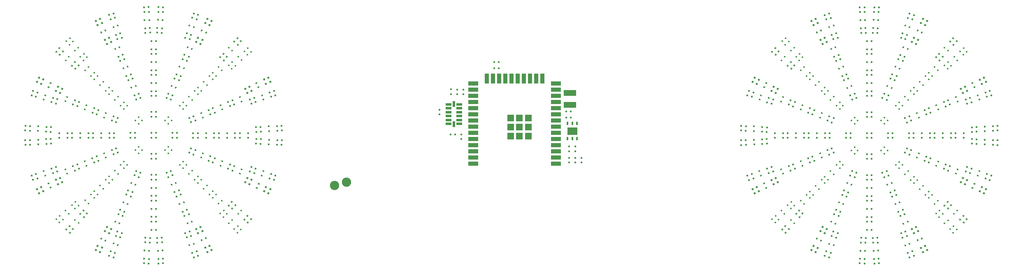
<source format=gtp>
%FSTAX44Y44*%
%MOMM*%
%SFA1B1*%

%IPPOS*%
%AMD93*
4,1,4,0.000000,0.243840,-0.243840,0.000000,0.000000,-0.243840,0.243840,0.000000,0.000000,0.243840,0.0*
%
%AMD94*
4,1,4,0.243840,0.000000,0.000000,0.243840,-0.243840,0.000000,0.000000,-0.243840,0.243840,0.000000,0.0*
%
%AMD95*
4,1,4,0.226060,-0.093980,0.093980,0.226060,-0.226060,0.093980,-0.093980,-0.226060,0.226060,-0.093980,0.0*
%
%AMD96*
4,1,4,-0.093980,-0.226060,0.226060,-0.093980,0.093980,0.226060,-0.226060,0.093980,-0.093980,-0.226060,0.0*
%
%AMD97*
4,1,4,0.220980,-0.106680,0.106680,0.220980,-0.220980,0.106680,-0.106680,-0.220980,0.220980,-0.106680,0.0*
%
%AMD98*
4,1,4,-0.106680,-0.220980,0.220980,-0.106680,0.106680,0.220980,-0.220980,0.106680,-0.106680,-0.220980,0.0*
%
%AMD99*
4,1,4,0.231140,-0.081280,0.081280,0.231140,-0.231140,0.081280,-0.081280,-0.231140,0.231140,-0.081280,0.0*
%
%AMD100*
4,1,4,-0.081280,-0.231140,0.231140,-0.081280,0.081280,0.231140,-0.231140,0.081280,-0.081280,-0.231140,0.0*
%
%AMD101*
4,1,4,0.243840,-0.012700,0.012700,0.243840,-0.243840,0.012700,-0.012700,-0.243840,0.243840,-0.012700,0.0*
%
%AMD102*
4,1,4,-0.012700,-0.243840,0.243840,-0.012700,0.012700,0.243840,-0.243840,0.012700,-0.012700,-0.243840,0.0*
%
%AMD103*
4,1,4,0.243840,0.015240,-0.015240,0.243840,-0.243840,-0.015240,0.015240,-0.243840,0.243840,0.015240,0.0*
%
%AMD104*
4,1,4,0.015240,-0.243840,0.243840,0.015240,-0.015240,0.243840,-0.243840,-0.015240,0.015240,-0.243840,0.0*
%
%AMD105*
4,1,4,0.226060,0.093980,-0.093980,0.226060,-0.226060,-0.093980,0.093980,-0.226060,0.226060,0.093980,0.0*
%
%AMD106*
4,1,4,0.093980,-0.226060,0.226060,0.093980,-0.093980,0.226060,-0.226060,-0.093980,0.093980,-0.226060,0.0*
%
%AMD107*
4,1,4,0.231140,0.081280,-0.081280,0.231140,-0.231140,-0.081280,0.081280,-0.231140,0.231140,0.081280,0.0*
%
%AMD108*
4,1,4,0.081280,-0.231140,0.231140,0.081280,-0.081280,0.231140,-0.231140,-0.081280,0.081280,-0.231140,0.0*
%
%AMD109*
4,1,4,0.220980,0.106680,-0.106680,0.220980,-0.220980,-0.106680,0.106680,-0.220980,0.220980,0.106680,0.0*
%
%AMD110*
4,1,4,0.106680,-0.220980,0.220980,0.106680,-0.106680,0.220980,-0.220980,-0.106680,0.106680,-0.220980,0.0*
%
%AMD111*
4,1,4,0.182880,0.162560,-0.162560,0.182880,-0.182880,-0.162560,0.162560,-0.182880,0.182880,0.162560,0.0*
%
%AMD112*
4,1,4,0.162560,-0.182880,0.182880,0.162560,-0.162560,0.182880,-0.182880,-0.162560,0.162560,-0.182880,0.0*
%
%AMD113*
4,1,4,0.162560,0.182880,-0.182880,0.162560,-0.162560,-0.182880,0.182880,-0.162560,0.162560,0.182880,0.0*
%
%AMD114*
4,1,4,0.182880,-0.162560,0.162560,0.182880,-0.182880,0.162560,-0.162560,-0.182880,0.182880,-0.162560,0.0*
%
%AMD115*
4,1,4,0.071120,-0.215900,0.205740,0.101600,-0.071120,0.215900,-0.205740,-0.101600,0.071120,-0.215900,0.0*
%
%AMD116*
4,1,4,0.060960,-0.220980,0.210820,0.091440,-0.060960,0.220980,-0.210820,-0.091440,0.060960,-0.220980,0.0*
%
%AMD117*
4,1,4,0.083820,-0.213360,0.198120,0.114300,-0.083820,0.213360,-0.198120,-0.114300,0.083820,-0.213360,0.0*
%
%AMD118*
4,1,4,-0.101600,-0.205740,0.215900,-0.071120,0.101600,0.205740,-0.215900,0.071120,-0.101600,-0.205740,0.0*
%
%AMD119*
4,1,4,0.210820,-0.091440,0.060960,0.220980,-0.210820,0.091440,-0.060960,-0.220980,0.210820,-0.091440,0.0*
%
%AMD120*
4,1,4,0.228600,-0.015240,-0.015240,0.228600,-0.228600,0.015240,0.015240,-0.228600,0.228600,-0.015240,0.0*
%
%AMD121*
4,1,4,0.226060,-0.027940,-0.002540,0.228600,-0.226060,0.027940,0.002540,-0.228600,0.226060,-0.027940,0.0*
%
%AMD122*
4,1,4,0.205740,-0.101600,0.071120,0.215900,-0.205740,0.101600,-0.071120,-0.215900,0.205740,-0.101600,0.0*
%
%AMD123*
4,1,4,0.160020,-0.165100,0.139700,0.180340,-0.160020,0.165100,-0.139700,-0.180340,0.160020,-0.165100,0.0*
%
%AMD124*
4,1,4,0.198120,-0.114300,0.083820,0.213360,-0.198120,0.114300,-0.083820,-0.213360,0.198120,-0.114300,0.0*
%
%AMD125*
4,1,4,-0.015240,-0.228600,0.228600,0.015240,0.015240,0.228600,-0.228600,-0.015240,-0.015240,-0.228600,0.0*
%
%AMD126*
4,1,4,0.228600,-0.002540,-0.027940,0.226060,-0.228600,0.002540,0.027940,-0.226060,0.228600,-0.002540,0.0*
%
%AMD127*
4,1,4,0.215900,0.071120,-0.101600,0.205740,-0.215900,-0.071120,0.101600,-0.205740,0.215900,0.071120,0.0*
%
%AMD128*
4,1,4,0.213360,0.083820,-0.114300,0.198120,-0.213360,-0.083820,0.114300,-0.198120,0.213360,0.083820,0.0*
%
%AMD129*
4,1,4,0.220980,0.060960,-0.091440,0.210820,-0.220980,-0.060960,0.091440,-0.210820,0.220980,0.060960,0.0*
%
%AMD131*
4,1,4,-0.114300,-0.198120,0.213360,-0.083820,0.114300,0.198120,-0.213360,0.083820,-0.114300,-0.198120,0.0*
%
%AMD132*
4,1,4,-0.091440,-0.210820,0.220980,-0.060960,0.091440,0.210820,-0.220980,0.060960,-0.091440,-0.210820,0.0*
%
%AMD133*
4,1,4,-0.002540,-0.228600,0.226060,0.027940,0.002540,0.228600,-0.226060,-0.027940,-0.002540,-0.228600,0.0*
%
%AMD134*
4,1,4,-0.027940,-0.226060,0.228600,0.002540,0.027940,0.226060,-0.228600,-0.002540,-0.027940,-0.226060,0.0*
%
%AMD135*
4,1,4,-0.180340,-0.139700,0.165100,-0.160020,0.180340,0.139700,-0.165100,0.160020,-0.180340,-0.139700,0.0*
%
%AMD137*
4,1,4,-0.165100,-0.160020,0.180340,-0.139700,0.165100,0.160020,-0.180340,0.139700,-0.165100,-0.160020,0.0*
%
%AMD138*
4,1,4,0.139700,-0.180340,0.160020,0.165100,-0.139700,0.180340,-0.160020,-0.165100,0.139700,-0.180340,0.0*
%
%ADD12R,1.329997X1.329997*%
%ADD13R,0.899998X1.999996*%
%ADD14R,1.999996X0.899998*%
%ADD17R,0.549999X1.144998*%
%ADD18R,1.144998X0.549999*%
%ADD85R,0.349999X0.699999*%
%ADD86R,1.999996X1.519997*%
%ADD87C,1.899996*%
%ADD88R,0.399999X0.449999*%
%ADD89R,0.449999X0.399999*%
%ADD90R,2.499995X1.249998*%
%ADD91R,0.349999X0.349999*%
%ADD92R,0.349999X0.349999*%
G04~CAMADD=93~10~0.0~137.8~0.0~0.0~0.0~0.0~0~0.0~0.0~0.0~0.0~0~0.0~0.0~0.0~0.0~0~0.0~0.0~0.0~405.0~137.8~0.0*
%ADD93D93*%
G04~CAMADD=94~10~0.0~137.8~0.0~0.0~0.0~0.0~0~0.0~0.0~0.0~0.0~0~0.0~0.0~0.0~0.0~0~0.0~0.0~0.0~315.0~137.8~0.0*
%ADD94D94*%
G04~CAMADD=95~10~0.0~137.8~0.0~0.0~0.0~0.0~0~0.0~0.0~0.0~0.0~0~0.0~0.0~0.0~0.0~0~0.0~0.0~0.0~292.5~137.8~0.0*
%ADD95D95*%
G04~CAMADD=96~10~0.0~137.8~0.0~0.0~0.0~0.0~0~0.0~0.0~0.0~0.0~0~0.0~0.0~0.0~0.0~0~0.0~0.0~0.0~202.5~137.8~0.0*
%ADD96D96*%
G04~CAMADD=97~10~0.0~137.8~0.0~0.0~0.0~0.0~0~0.0~0.0~0.0~0.0~0~0.0~0.0~0.0~0.0~0~0.0~0.0~0.0~289.3~137.8~0.0*
%ADD97D97*%
G04~CAMADD=98~10~0.0~137.8~0.0~0.0~0.0~0.0~0~0.0~0.0~0.0~0.0~0~0.0~0.0~0.0~0.0~0~0.0~0.0~0.0~199.3~137.8~0.0*
%ADD98D98*%
G04~CAMADD=99~10~0.0~137.8~0.0~0.0~0.0~0.0~0~0.0~0.0~0.0~0.0~0~0.0~0.0~0.0~0.0~0~0.0~0.0~0.0~295.8~137.8~0.0*
%ADD99D99*%
G04~CAMADD=100~10~0.0~137.8~0.0~0.0~0.0~0.0~0~0.0~0.0~0.0~0.0~0~0.0~0.0~0.0~0.0~0~0.0~0.0~0.0~205.8~137.8~0.0*
%ADD100D100*%
G04~CAMADD=101~10~0.0~137.8~0.0~0.0~0.0~0.0~0~0.0~0.0~0.0~0.0~0~0.0~0.0~0.0~0.0~0~0.0~0.0~0.0~311.8~137.8~0.0*
%ADD101D101*%
G04~CAMADD=102~10~0.0~137.8~0.0~0.0~0.0~0.0~0~0.0~0.0~0.0~0.0~0~0.0~0.0~0.0~0.0~0~0.0~0.0~0.0~221.8~137.8~0.0*
%ADD102D102*%
G04~CAMADD=103~10~0.0~137.8~0.0~0.0~0.0~0.0~0~0.0~0.0~0.0~0.0~0~0.0~0.0~0.0~0.0~0~0.0~0.0~0.0~318.3~137.8~0.0*
%ADD103D103*%
G04~CAMADD=104~10~0.0~137.8~0.0~0.0~0.0~0.0~0~0.0~0.0~0.0~0.0~0~0.0~0.0~0.0~0.0~0~0.0~0.0~0.0~228.3~137.8~0.0*
%ADD104D104*%
G04~CAMADD=105~10~0.0~137.8~0.0~0.0~0.0~0.0~0~0.0~0.0~0.0~0.0~0~0.0~0.0~0.0~0.0~0~0.0~0.0~0.0~337.5~137.8~0.0*
%ADD105D105*%
G04~CAMADD=106~10~0.0~137.8~0.0~0.0~0.0~0.0~0~0.0~0.0~0.0~0.0~0~0.0~0.0~0.0~0.0~0~0.0~0.0~0.0~247.5~137.8~0.0*
%ADD106D106*%
G04~CAMADD=107~10~0.0~137.8~0.0~0.0~0.0~0.0~0~0.0~0.0~0.0~0.0~0~0.0~0.0~0.0~0.0~0~0.0~0.0~0.0~334.3~137.8~0.0*
%ADD107D107*%
G04~CAMADD=108~10~0.0~137.8~0.0~0.0~0.0~0.0~0~0.0~0.0~0.0~0.0~0~0.0~0.0~0.0~0.0~0~0.0~0.0~0.0~244.3~137.8~0.0*
%ADD108D108*%
G04~CAMADD=109~10~0.0~137.8~0.0~0.0~0.0~0.0~0~0.0~0.0~0.0~0.0~0~0.0~0.0~0.0~0.0~0~0.0~0.0~0.0~340.8~137.8~0.0*
%ADD109D109*%
G04~CAMADD=110~10~0.0~137.8~0.0~0.0~0.0~0.0~0~0.0~0.0~0.0~0.0~0~0.0~0.0~0.0~0.0~0~0.0~0.0~0.0~250.8~137.8~0.0*
%ADD110D110*%
G04~CAMADD=111~10~0.0~137.8~0.0~0.0~0.0~0.0~0~0.0~0.0~0.0~0.0~0~0.0~0.0~0.0~0.0~0~0.0~0.0~0.0~356.8~137.8~0.0*
%ADD111D111*%
G04~CAMADD=112~10~0.0~137.8~0.0~0.0~0.0~0.0~0~0.0~0.0~0.0~0.0~0~0.0~0.0~0.0~0.0~0~0.0~0.0~0.0~266.8~137.8~0.0*
%ADD112D112*%
G04~CAMADD=113~10~0.0~137.8~0.0~0.0~0.0~0.0~0~0.0~0.0~0.0~0.0~0~0.0~0.0~0.0~0.0~0~0.0~0.0~0.0~363.3~137.8~0.0*
%ADD113D113*%
G04~CAMADD=114~10~0.0~137.8~0.0~0.0~0.0~0.0~0~0.0~0.0~0.0~0.0~0~0.0~0.0~0.0~0.0~0~0.0~0.0~0.0~273.3~137.8~0.0*
%ADD114D114*%
G04~CAMADD=115~9~0.0~0.0~137.8~118.1~0.0~0.0~0~0.0~0.0~0.0~0.0~0~0.0~0.0~0.0~0.0~0~0.0~0.0~0.0~247.5~162.0~169.0*
%ADD115D115*%
G04~CAMADD=116~9~0.0~0.0~137.8~118.1~0.0~0.0~0~0.0~0.0~0.0~0.0~0~0.0~0.0~0.0~0.0~0~0.0~0.0~0.0~244.3~166.0~173.0*
%ADD116D116*%
G04~CAMADD=117~9~0.0~0.0~137.8~118.1~0.0~0.0~0~0.0~0.0~0.0~0.0~0~0.0~0.0~0.0~0.0~0~0.0~0.0~0.0~250.8~156.0~167.0*
%ADD117D117*%
G04~CAMADD=118~9~0.0~0.0~137.8~118.1~0.0~0.0~0~0.0~0.0~0.0~0.0~0~0.0~0.0~0.0~0.0~0~0.0~0.0~0.0~202.5~170.0~161.0*
%ADD118D118*%
G04~CAMADD=119~9~0.0~0.0~137.8~118.1~0.0~0.0~0~0.0~0.0~0.0~0.0~0~0.0~0.0~0.0~0.0~0~0.0~0.0~0.0~295.8~166.0~173.0*
%ADD119D119*%
G04~CAMADD=120~9~0.0~0.0~137.8~118.1~0.0~0.0~0~0.0~0.0~0.0~0.0~0~0.0~0.0~0.0~0.0~0~0.0~0.0~0.0~315.0~180.0~179.0*
%ADD120D120*%
G04~CAMADD=121~9~0.0~0.0~137.8~118.1~0.0~0.0~0~0.0~0.0~0.0~0.0~0~0.0~0.0~0.0~0.0~0~0.0~0.0~0.0~311.8~178.0~179.0*
%ADD121D121*%
G04~CAMADD=122~9~0.0~0.0~137.8~118.1~0.0~0.0~0~0.0~0.0~0.0~0.0~0~0.0~0.0~0.0~0.0~0~0.0~0.0~0.0~292.5~162.0~169.0*
%ADD122D122*%
G04~CAMADD=123~9~0.0~0.0~137.8~118.1~0.0~0.0~0~0.0~0.0~0.0~0.0~0~0.0~0.0~0.0~0.0~0~0.0~0.0~0.0~273.3~126.0~141.0*
%ADD123D123*%
G04~CAMADD=124~9~0.0~0.0~137.8~118.1~0.0~0.0~0~0.0~0.0~0.0~0.0~0~0.0~0.0~0.0~0.0~0~0.0~0.0~0.0~289.3~156.0~167.0*
%ADD124D124*%
G04~CAMADD=125~9~0.0~0.0~137.8~118.1~0.0~0.0~0~0.0~0.0~0.0~0.0~0~0.0~0.0~0.0~0.0~0~0.0~0.0~0.0~225.0~180.0~179.0*
%ADD125D125*%
G04~CAMADD=126~9~0.0~0.0~137.8~118.1~0.0~0.0~0~0.0~0.0~0.0~0.0~0~0.0~0.0~0.0~0.0~0~0.0~0.0~0.0~318.3~180.0~177.0*
%ADD126D126*%
G04~CAMADD=127~9~0.0~0.0~137.8~118.1~0.0~0.0~0~0.0~0.0~0.0~0.0~0~0.0~0.0~0.0~0.0~0~0.0~0.0~0.0~337.5~170.0~161.0*
%ADD127D127*%
G04~CAMADD=128~9~0.0~0.0~137.8~118.1~0.0~0.0~0~0.0~0.0~0.0~0.0~0~0.0~0.0~0.0~0.0~0~0.0~0.0~0.0~340.8~168.0~155.0*
%ADD128D128*%
G04~CAMADD=129~9~0.0~0.0~137.8~118.1~0.0~0.0~0~0.0~0.0~0.0~0.0~0~0.0~0.0~0.0~0.0~0~0.0~0.0~0.0~334.3~174.0~165.0*
%ADD129D129*%
%ADD130R,0.299999X0.349999*%
G04~CAMADD=131~9~0.0~0.0~137.8~118.1~0.0~0.0~0~0.0~0.0~0.0~0.0~0~0.0~0.0~0.0~0.0~0~0.0~0.0~0.0~199.3~168.0~155.0*
%ADD131D131*%
G04~CAMADD=132~9~0.0~0.0~137.8~118.1~0.0~0.0~0~0.0~0.0~0.0~0.0~0~0.0~0.0~0.0~0.0~0~0.0~0.0~0.0~205.8~174.0~165.0*
%ADD132D132*%
G04~CAMADD=133~9~0.0~0.0~137.8~118.1~0.0~0.0~0~0.0~0.0~0.0~0.0~0~0.0~0.0~0.0~0.0~0~0.0~0.0~0.0~228.3~178.0~179.0*
%ADD133D133*%
G04~CAMADD=134~9~0.0~0.0~137.8~118.1~0.0~0.0~0~0.0~0.0~0.0~0.0~0~0.0~0.0~0.0~0.0~0~0.0~0.0~0.0~221.8~180.0~177.0*
%ADD134D134*%
G04~CAMADD=135~9~0.0~0.0~137.8~118.1~0.0~0.0~0~0.0~0.0~0.0~0.0~0~0.0~0.0~0.0~0.0~0~0.0~0.0~0.0~176.8~142.0~125.0*
%ADD135D135*%
%ADD136R,0.349999X0.299999*%
G04~CAMADD=137~9~0.0~0.0~137.8~118.1~0.0~0.0~0~0.0~0.0~0.0~0.0~0~0.0~0.0~0.0~0.0~0~0.0~0.0~0.0~183.3~142.0~125.0*
%ADD137D137*%
G04~CAMADD=138~9~0.0~0.0~137.8~118.1~0.0~0.0~0~0.0~0.0~0.0~0.0~0~0.0~0.0~0.0~0.0~0~0.0~0.0~0.0~266.8~126.0~141.0*
%ADD138D138*%
%ADD139R,0.349999X0.349999*%
%LNpcb1-1*%
%LPD*%
G54D12*
X0172593Y0199136D03*
X01744279D03*
X01762629D03*
X0172593Y01973009D03*
X01744279D03*
X01762629D03*
X0172593Y01954659D03*
X01744279D03*
X01762629D03*
G54D13*
X01677129Y02073109D03*
X01689829D03*
X01702529D03*
X01715229D03*
X01727929D03*
X01740629D03*
X01753329D03*
X01766029D03*
X01778729D03*
X01791429D03*
G54D14*
X01649279Y01898009D03*
Y01910709D03*
Y01923409D03*
Y01936109D03*
Y01948809D03*
Y01961509D03*
Y01974209D03*
Y01986909D03*
Y01999609D03*
Y02012309D03*
Y02025009D03*
Y02037709D03*
Y02050409D03*
Y02063109D03*
X01819279D03*
Y02050409D03*
Y02037709D03*
Y02025009D03*
Y02012309D03*
Y01999609D03*
Y01986909D03*
Y01974209D03*
Y01961509D03*
Y01948809D03*
Y01936109D03*
Y01923409D03*
Y01910709D03*
Y01898009D03*
G54D17*
X01609544Y01978644D03*
Y02020594D03*
G54D18*
X01598569Y01979619D03*
Y01987619D03*
Y01995619D03*
Y02003619D03*
Y02011619D03*
Y02019619D03*
X0162052D03*
Y02011619D03*
Y02003619D03*
Y01995619D03*
Y01987619D03*
Y01979619D03*
G54D85*
X0186243Y01980185D03*
X0185293D03*
X01843425Y01980188D03*
Y01949188D03*
X0185293Y01949185D03*
X0186243D03*
G54D86*
X0185293Y01964688D03*
G54D87*
X0138809Y01859308D03*
X01363556Y01852734D03*
G54D88*
X01701469Y0209423D03*
X01691969D03*
X01701469Y0210693D03*
X01691969D03*
X01602439Y01957719D03*
X01611939D03*
X01849679Y0199263D03*
X01840179D03*
X01849679Y02005289D03*
X01840179D03*
G54D89*
X01859228Y01923409D03*
Y01932909D03*
X01846369Y01923409D03*
Y01932909D03*
X01616554Y020407D03*
Y020502D03*
X01629149Y02040779D03*
Y02050279D03*
X01603873Y02050458D03*
Y02040958D03*
X01624294Y01948509D03*
Y01958009D03*
X01871928Y01909643D03*
Y01900142D03*
X01846619Y01909749D03*
Y01900249D03*
X01859228Y01909643D03*
Y01900142D03*
X0157988Y02008699D03*
Y01999199D03*
G54D90*
X0184785Y02018479D03*
Y02042979D03*
G54D91*
X01029884Y01960772D03*
X01039384Y01951272D03*
X00986704Y01960772D03*
X00996204Y01951272D03*
Y01908092D03*
X00986704Y01917592D03*
X00953024Y01951272D03*
X00943524Y01960772D03*
X00986704Y02003952D03*
X00996204Y01994452D03*
X00996209Y02037443D03*
X00986709Y02046943D03*
X00996209Y02080622D03*
X00986709Y02090122D03*
X00996209Y02123803D03*
X00986709Y02133303D03*
X00900392Y01960635D03*
X00909892Y01951135D03*
X00857212Y01960635D03*
X00866712Y01951135D03*
X00814032Y01960635D03*
X00823532Y01951135D03*
X00986699Y01874319D03*
X00996199Y01864819D03*
X00986696Y01831141D03*
X00996196Y01821641D03*
X00986699Y01787959D03*
X00996199Y01778459D03*
X01082516Y01951126D03*
X01073016Y01960626D03*
X01125696Y01951126D03*
X01116196Y01960626D03*
X01168876Y01951126D03*
X01159376Y01960626D03*
X02425784Y01950824D03*
X02468964D03*
Y01994004D03*
X02512144Y01950824D03*
X02468964Y01907644D03*
X02468959Y01864654D03*
Y01821474D03*
Y01778294D03*
X02555276Y01950961D03*
X02598456D03*
X02641636D03*
X02468969Y02037278D03*
X02468972Y02080456D03*
X02468969Y02123638D03*
X02382652Y01950971D03*
X02339472D03*
X02296292D03*
G54D92*
X01039384Y01960772D03*
X01029884Y01951272D03*
X00996204Y01960772D03*
X00986704Y01951272D03*
X00996204Y01917592D03*
X00986704Y01908092D03*
X00943524Y01951272D03*
X00953024Y01960772D03*
X00986704Y01994452D03*
X00996204Y02003952D03*
X00996209Y02046943D03*
X00986709Y02037443D03*
X00996209Y02090122D03*
X00986709Y02080622D03*
X00996209Y02133303D03*
X00986709Y02123803D03*
X00909892Y01960635D03*
X00900392Y01951135D03*
X00866712Y01960635D03*
X00857212Y01951135D03*
X00823532Y01960635D03*
X00814032Y01951135D03*
X00986699Y01864819D03*
X00996199Y01874319D03*
X00986696Y01821641D03*
X00996196Y01831141D03*
X00986699Y01778459D03*
X00996199Y01787959D03*
X01073016Y01951126D03*
X01082516Y01960626D03*
X01116196Y01951126D03*
X01125696Y01960626D03*
X01159376Y01951126D03*
X01168876Y01960626D03*
X02416284Y01950824D03*
X02425784Y01960324D03*
X02459464Y01950824D03*
X02468964Y01960324D03*
X02459464Y01994004D03*
X02468964Y02003504D03*
X02512144Y01960324D03*
X02502644Y01950824D03*
X02468964Y01917144D03*
X02459464Y01907644D03*
X02459459Y01864654D03*
X02468959Y01874154D03*
X02459459Y01821474D03*
X02468959Y01830974D03*
X02459459Y01778294D03*
X02468959Y01787794D03*
X02545776Y01950961D03*
X02555276Y01960461D03*
X02588956Y01950961D03*
X02598456Y01960461D03*
X02632136Y01950961D03*
X02641636Y01960461D03*
X02468969Y02046778D03*
X02459468Y02037278D03*
X02468972Y02089956D03*
X02459472Y02080456D03*
X02468969Y02133138D03*
X02459469Y02123638D03*
X02382652Y01960471D03*
X02373152Y01950971D03*
X02339472Y01960471D03*
X02329972Y01950971D03*
X02296292Y01960471D03*
X02286792Y01950971D03*
G54D93*
X01021987Y01932207D03*
Y01918772D03*
X00960921D03*
Y01932207D03*
Y01979838D03*
Y01993273D03*
X01021987D03*
Y01979838D03*
X01052489Y02010191D03*
Y02023626D03*
X01083022Y02040724D03*
Y02054159D03*
X01113555Y02071257D03*
Y02084692D03*
X00930426Y02023633D03*
Y02010198D03*
X00899893Y02054166D03*
Y02040731D03*
X0086936Y02084699D03*
Y02071264D03*
X00930365Y01901581D03*
Y01888146D03*
X00899832Y01871048D03*
Y01857613D03*
X00869353Y01840504D03*
Y01827069D03*
X01052483Y01888128D03*
Y01901563D03*
X01083016Y01857595D03*
Y0187103D03*
X01113548Y01827062D03*
Y01840497D03*
X02433681Y0197939D03*
Y01992825D03*
X02494746D03*
Y0197939D03*
Y01931759D03*
Y01918324D03*
X02433681D03*
Y01931759D03*
X02403179Y01901405D03*
Y0188797D03*
X02372646Y01870872D03*
Y01857437D03*
X02342113Y01840339D03*
Y01826904D03*
X02525242Y01887963D03*
Y01901398D03*
X02555775Y0185743D03*
Y01870866D03*
X02586308Y01826898D03*
Y01840333D03*
X02525303Y02010016D03*
Y02023451D03*
X02555836Y02040549D03*
Y02053984D03*
X02586315Y02071093D03*
Y02084528D03*
X02403185Y02023469D03*
Y02010034D03*
X02372653Y02054002D03*
Y02040567D03*
X0234212Y02084535D03*
Y02071099D03*
G54D94*
X01028705Y01925489D03*
X0101527D03*
X00967639D03*
X00954204D03*
Y01986555D03*
X00967639D03*
X0101527D03*
X01028705D03*
X01059207Y02016909D03*
X01045772D03*
X0108974Y02047442D03*
X01076305D03*
X01120273Y02077975D03*
X01106838D03*
X00937143Y02016916D03*
X00923708D03*
X0090661Y02047449D03*
X00893175D03*
X00876078Y02077981D03*
X00862643D03*
X00923647Y01894863D03*
X00937082D03*
X00893114Y0186433D03*
X0090655D03*
X00862636Y01833786D03*
X00876071D03*
X01045765Y01894845D03*
X010592D03*
X01076298Y01864313D03*
X01089733D03*
X01106831Y0183378D03*
X01120267D03*
X02426963Y01986107D03*
X02440398D03*
X02488029D03*
X02501464D03*
Y01925042D03*
X02488029D03*
X02440398D03*
X02426963D03*
X02396461Y01894688D03*
X02409896D03*
X02365928Y01864155D03*
X02379363D03*
X02335395Y01833622D03*
X0234883D03*
X02518525Y01894681D03*
X0253196D03*
X02549058Y01864148D03*
X02562493D03*
X0257959Y01833615D03*
X02593025D03*
X02532021Y02016734D03*
X02518586D03*
X02562554Y02047266D03*
X02549119D03*
X02593032Y0207781D03*
X02579597D03*
X02409903Y02016751D03*
X02396468D03*
X0237937Y02047284D03*
X02365935D03*
X02348837Y02077817D03*
X02335403D03*
G54D95*
X01077404Y01986336D03*
X01064992Y01991477D03*
X01117297Y0200286D03*
X01104885Y02008001D03*
X0115719Y02019384D03*
X01144778Y02024526D03*
X00964635Y02033054D03*
X00952222Y02038195D03*
X0094811Y02072947D03*
X00935698Y02078088D03*
X00931586Y0211284D03*
X00919174Y02117981D03*
X00905504Y01925425D03*
X00917917Y01920284D03*
X00865611Y01908901D03*
X00878024Y0190376D03*
X00825718Y01892377D03*
X0083813Y01887236D03*
X01018274Y01878708D03*
X01030686Y01873566D03*
X01034798Y01838814D03*
X0104721Y01833673D03*
X01051322Y01798921D03*
X01063735Y0179378D03*
X02378264Y01925261D03*
X02390676Y0192012D03*
X02338371Y01908737D03*
X02350783Y01903595D03*
X02298478Y01892212D03*
X0231089Y01887071D03*
X02491033Y01878543D03*
X02503446Y01873402D03*
X02507558Y0183865D03*
X0251997Y01833509D03*
X02524082Y01798757D03*
X02536494Y01793615D03*
X02550164Y01986171D03*
X02537751Y01991312D03*
X02590057Y02002695D03*
X02577644Y02007837D03*
X0262995Y0201922D03*
X02617537Y02024361D03*
X02437394Y02032889D03*
X02424982Y0203803D03*
X0242087Y02072782D03*
X02408458Y02077923D03*
X02404346Y02112675D03*
X02391933Y02117817D03*
G54D96*
X01068627Y019827D03*
X01073769Y01995113D03*
X0110852Y01999224D03*
X01113663Y02011637D03*
X01148414Y02015749D03*
X01153555Y02028161D03*
X00960999Y0204183D03*
X00955858Y02029418D03*
X00944475Y02081724D03*
X00939333Y02069311D03*
X00927951Y02121617D03*
X00922809Y02109204D03*
X00914281Y01929061D03*
X0090914Y01916649D03*
X00874388Y01912537D03*
X00869247Y01900124D03*
X00834495Y01896012D03*
X00829354Y018836D03*
X01021909Y01869931D03*
X01027051Y01882343D03*
X01038434Y01830038D03*
X01043575Y0184245D03*
X01054958Y01790144D03*
X01060099Y01802557D03*
X02387041Y01928897D03*
X02381899Y01916484D03*
X02347148Y01912372D03*
X02342007Y0189996D03*
X02307255Y01895848D03*
X02302113Y01883436D03*
X02494669Y01869766D03*
X0249981Y01882179D03*
X02511193Y01829873D03*
X02516334Y01842286D03*
X02527717Y0178998D03*
X02532859Y01802392D03*
X02541387Y01982536D03*
X02546528Y01994948D03*
X0258128Y0199906D03*
X02586421Y02011472D03*
X02621173Y02015584D03*
X02626314Y02027996D03*
X02433759Y02041666D03*
X02428617Y02029254D03*
X02417234Y02081559D03*
X02412093Y02069147D03*
X0240071Y02121452D03*
X02395569Y0210904D03*
G54D97*
X01201612Y02024253D03*
X01189511Y02030089D03*
X01242377Y02038489D03*
X01230277Y02044325D03*
X00926214Y02157069D03*
X00914113Y02162906D03*
X00911978Y02197835D03*
X00899877Y02203672D03*
X00781297Y01887509D03*
X00793398Y01881672D03*
X00740531Y01873273D03*
X00752632Y01867436D03*
X01056694Y01754692D03*
X01068795Y01748855D03*
X0107093Y01713926D03*
X01083031Y01708089D03*
X02254056Y01887344D03*
X02266157Y01881507D03*
X0221329Y01873108D03*
X02225391Y01867271D03*
X02529454Y01754527D03*
X02541555Y01748691D03*
X0254369Y01713762D03*
X0255579Y01707925D03*
X02674371Y02024088D03*
X0266227Y02029925D03*
X02715137Y02038324D03*
X02703036Y02044161D03*
X02398974Y02156905D03*
X02386873Y02162742D03*
X02384738Y02197671D03*
X02372637Y02203507D03*
G54D98*
X01192643Y0202112D03*
X0119848Y02033221D03*
X01233409Y02035356D03*
X01239246Y02047457D03*
X00923082Y02166038D03*
X00917245Y02153937D03*
X00908846Y02206804D03*
X00903009Y02194703D03*
X00790265Y01890641D03*
X00784429Y0187854D03*
X007495Y01876405D03*
X00743663Y01864304D03*
X01059826Y01745723D03*
X01065663Y01757824D03*
X01074062Y01704957D03*
X01079899Y01717058D03*
X02263025Y01890476D03*
X02257188Y01878375D03*
X02222259Y0187624D03*
X02216422Y01864139D03*
X02532586Y01745559D03*
X02538422Y01757659D03*
X02546822Y01704793D03*
X02552658Y01716894D03*
X02665402Y02020956D03*
X02671239Y02033057D03*
X02706168Y02035192D03*
X02712005Y02047293D03*
X02395842Y02165874D03*
X02390005Y02153773D03*
X02381606Y02206639D03*
X02375769Y02194538D03*
G54D99*
X01192535Y02047573D03*
X01179851Y02052002D03*
X01231427Y02066332D03*
X01218744Y02070761D03*
X00903889Y02148405D03*
X00891206Y02152834D03*
X0088513Y02187297D03*
X00872446Y02191726D03*
X00790373Y01864188D03*
X00803057Y01859759D03*
X00751481Y01845429D03*
X00764165Y01841D03*
X01079019Y01763356D03*
X01091703Y01758927D03*
X01097778Y01724464D03*
X01110462Y01720035D03*
X02263133Y01864024D03*
X02275817Y01859595D03*
X02224241Y01845265D03*
X02236925Y01840835D03*
X02551779Y01763192D03*
X02564463Y01758762D03*
X02570538Y017243D03*
X02583222Y0171987D03*
X02665295Y02047408D03*
X02652611Y02051838D03*
X02704187Y02066168D03*
X02691503Y02070597D03*
X02376649Y0214824D03*
X02363965Y0215267D03*
X0235789Y02187132D03*
X02345206Y02191562D03*
G54D100*
X01183979Y02043445D03*
X01188408Y0205613D03*
X01222871Y02062205D03*
X012273Y02074889D03*
X00899762Y02156962D03*
X00895333Y02144278D03*
X00881003Y02195854D03*
X00876573Y0218317D03*
X0079893Y01868316D03*
X007945Y01855632D03*
X00760038Y01849556D03*
X00755608Y01836872D03*
X01083146Y017548D03*
X01087576Y01767483D03*
X01101906Y01715907D03*
X01106335Y01728591D03*
X02271689Y01868151D03*
X0226726Y01855467D03*
X02232797Y01849392D03*
X02228368Y01836708D03*
X02555906Y01754635D03*
X02560335Y01767319D03*
X02574665Y01715743D03*
X02579094Y01728427D03*
X02656738Y02043281D03*
X02661168Y02055965D03*
X0269563Y0206204D03*
X0270006Y02074724D03*
X02372522Y02156797D03*
X02368092Y02144113D03*
X02353762Y02195689D03*
X02349333Y02183005D03*
G54D101*
X0115945Y02099472D03*
X01146036Y02100234D03*
X01191664Y02128225D03*
X01178251Y02128986D03*
X00854189Y02116789D03*
X00840775Y0211755D03*
X00825436Y02149003D03*
X00812023Y02149765D03*
X00823459Y0181229D03*
X00836872Y01811528D03*
X00791244Y01783537D03*
X00804657Y01782775D03*
X0112872Y01794973D03*
X01142133Y01794211D03*
X01157472Y01762758D03*
X01170886Y01761996D03*
X02296218Y01812125D03*
X02309632Y01811363D03*
X02264004Y01783372D03*
X02277417Y0178261D03*
X02601479Y01794808D03*
X02614892Y01794047D03*
X02630232Y01762593D03*
X02643645Y01761832D03*
X02632209Y02099307D03*
X02618796Y02100069D03*
X02664424Y0212806D03*
X02651011Y02128822D03*
X02326948Y02116624D03*
X02313535Y02117386D03*
X02298196Y0214884D03*
X02284782Y021496D03*
G54D102*
X01152362Y02093146D03*
X01153124Y02106559D03*
X01184577Y02121899D03*
X01185339Y02135312D03*
X00847863Y02123876D03*
X00847101Y02110463D03*
X0081911Y02156091D03*
X00818349Y02142677D03*
X00830546Y01818615D03*
X00829785Y01805202D03*
X00798332Y01789862D03*
X0079757Y01776449D03*
X01135045Y01787885D03*
X01135807Y01801298D03*
X01163798Y0175567D03*
X0116456Y01769084D03*
X02303306Y01818451D03*
X02302544Y01805037D03*
X02271091Y01789698D03*
X02270329Y01776285D03*
X02607805Y01787721D03*
X02608567Y01801134D03*
X02636558Y01755506D03*
X02637319Y01768919D03*
X02625122Y02092981D03*
X02625883Y02106395D03*
X02657337Y02121734D03*
X02658098Y02135148D03*
X02320622Y02123711D03*
X02319861Y02110298D03*
X0229187Y02155926D03*
X02291108Y02142513D03*
G54D103*
X0114214Y02117543D03*
X01128726Y02116782D03*
X01170892Y02149758D03*
X01157479Y02148996D03*
X00836879Y0210024D03*
X00823465Y02099479D03*
X00804664Y02128993D03*
X00791251Y02128231D03*
X00840769Y01794218D03*
X00854182Y01794979D03*
X00812016Y01762003D03*
X00825429Y01762765D03*
X0114603Y01811521D03*
X01159443Y01812282D03*
X01178244Y01782768D03*
X01191658Y0178353D03*
X02313528Y01794053D03*
X02326942Y01794815D03*
X02284775Y01761838D03*
X02298189Y017626D03*
X02618789Y01811356D03*
X02632202Y01812118D03*
X02651004Y01782604D03*
X02664417Y01783365D03*
X02614899Y02117379D03*
X02601486Y02116617D03*
X02643652Y02149594D03*
X02630239Y02148832D03*
X02309638Y02100076D03*
X02296225Y02099314D03*
X02277424Y02128828D03*
X0226401Y02128067D03*
G54D104*
X01135814Y02110456D03*
X01135052Y02123869D03*
X01164567Y02142671D03*
X01163805Y02156084D03*
X00829791Y02106566D03*
X00830553Y02093153D03*
X00797577Y02135319D03*
X00798338Y02121905D03*
X00847094Y01801305D03*
X00847856Y01787892D03*
X00818342Y01769091D03*
X00819104Y01755677D03*
X01153117Y01805195D03*
X01152355Y01818608D03*
X01185332Y01776442D03*
X0118457Y01789856D03*
X02319854Y01801141D03*
X02320616Y01787727D03*
X02291101Y01768926D03*
X02291863Y01755513D03*
X02625877Y0180503D03*
X02625115Y01818444D03*
X02658091Y01776278D03*
X0265733Y01789691D03*
X02608574Y02110291D03*
X02607812Y02123705D03*
X02637326Y02142506D03*
X02636565Y0215592D03*
X02302551Y02106402D03*
X02303313Y02092988D03*
X02270336Y02135154D03*
X02271098Y02121741D03*
G54D105*
X01030695Y02038191D03*
X01018283Y0203305D03*
X01047219Y02078084D03*
X01034807Y02072943D03*
X01063744Y02117979D03*
X01051331Y02112836D03*
X0091792Y01991487D03*
X00905508Y01986345D03*
X00878027Y0200801D03*
X00865615Y02002869D03*
X00838134Y02024534D03*
X00825722Y02019393D03*
X00952159Y01873581D03*
X00964572Y01878722D03*
X00935635Y01833688D03*
X00948047Y01838829D03*
X00919165Y01793784D03*
X00931577Y01798925D03*
X01064988Y01920275D03*
X01077401Y01925417D03*
X01104881Y01903751D03*
X01117293Y01908892D03*
X01144774Y01887227D03*
X01157187Y01892368D03*
X02424973Y01873405D03*
X02437385Y01878547D03*
X02408449Y01833512D03*
X02420861Y01838654D03*
X02391924Y01793619D03*
X02404337Y0179876D03*
X02537748Y01920111D03*
X0255016Y01925252D03*
X02577641Y01903587D03*
X02590053Y01908728D03*
X02617534Y01887062D03*
X02629946Y01892204D03*
X02503509Y02038016D03*
X02491096Y02032875D03*
X02520033Y02077909D03*
X02507621Y02072768D03*
X02536503Y02117813D03*
X02524091Y02112672D03*
X0239068Y01991321D03*
X02378267Y0198618D03*
X02350787Y02007846D03*
X02338374Y02002704D03*
X02310894Y0202437D03*
X02298481Y02019228D03*
G54D106*
X01027059Y02029414D03*
X01021918Y02041827D03*
X01043584Y02069307D03*
X01038442Y0208172D03*
X01060108Y02109201D03*
X01054967Y02121613D03*
X00909144Y01995121D03*
X00914285Y01982709D03*
X0086925Y02011646D03*
X00874392Y01999234D03*
X00829357Y0202817D03*
X00834499Y02015758D03*
X00955795Y01882358D03*
X00960936Y01869945D03*
X0093927Y01842465D03*
X00944412Y01830052D03*
X009228Y0180256D03*
X00927942Y01790148D03*
X01073765Y0191664D03*
X01068624Y01929052D03*
X01113658Y01900115D03*
X01108517Y01912528D03*
X01153551Y01883591D03*
X0114841Y01896004D03*
X02428608Y01882182D03*
X0243375Y0186977D03*
X02412084Y01842289D03*
X02417226Y01829877D03*
X0239556Y01802396D03*
X02400701Y01789984D03*
X02546525Y01916475D03*
X02541383Y01928888D03*
X02586417Y01899951D03*
X02581276Y01912363D03*
X02626311Y01883427D03*
X02621169Y01895839D03*
X02499873Y02029239D03*
X02494732Y02041652D03*
X02516397Y02069132D03*
X02511256Y02081545D03*
X02532868Y02109036D03*
X02527726Y02121448D03*
X02381903Y01994957D03*
X02387044Y01982544D03*
X0234201Y02011481D03*
X02347151Y01999069D03*
X02302117Y02028005D03*
X02307258Y02015593D03*
G54D107*
X01091712Y02152831D03*
X01079028Y02148401D03*
X01110471Y02191723D03*
X01097788Y02187293D03*
X00803061Y02052011D03*
X00790377Y02047582D03*
X00764169Y0207077D03*
X00751485Y02066341D03*
X00891197Y0175893D03*
X00903881Y0176336D03*
X00872437Y01720038D03*
X00885121Y01724468D03*
X01179848Y0185975D03*
X01192532Y0186418D03*
X0121874Y01840992D03*
X01231424Y0184542D03*
X02363956Y01758766D03*
X0237664Y01763195D03*
X02345197Y01719874D03*
X02357882Y01724303D03*
X02652607Y01859586D03*
X02665291Y01864015D03*
X02691499Y01840826D03*
X02704183Y01845256D03*
X02564471Y02152666D03*
X02551787Y02148237D03*
X02583231Y02191558D03*
X02570547Y02187129D03*
X0227582Y02051846D03*
X02263136Y02047417D03*
X02236928Y02070606D03*
X02224244Y02066176D03*
G54D108*
X01087585Y02144274D03*
X01083155Y02156958D03*
X01106344Y02183166D03*
X01101915Y0219585D03*
X00794504Y02056138D03*
X00798933Y02043454D03*
X00755612Y02074898D03*
X00760041Y02062214D03*
X00895324Y01767487D03*
X00899753Y01754803D03*
X00876564Y01728595D03*
X00880994Y01715911D03*
X01188404Y01855623D03*
X01183975Y01868307D03*
X01227296Y01836864D03*
X01222867Y01849547D03*
X02368083Y01767323D03*
X02372513Y01754639D03*
X02349324Y01728431D03*
X02353753Y01715747D03*
X02661164Y01855458D03*
X02656735Y01868142D03*
X02700056Y01836699D03*
X02695627Y01849383D03*
X02560344Y0214411D03*
X02555915Y02156793D03*
X02579104Y02183003D03*
X02574674Y02195685D03*
X02267264Y02055974D03*
X02271693Y0204329D03*
X02228372Y02074733D03*
X02232801Y02062049D03*
G54D109*
X01068804Y02162902D03*
X01056703Y02157066D03*
X0108304Y02203668D03*
X01070939Y02197831D03*
X00793401Y02030098D03*
X007813Y02024261D03*
X00752635Y02044334D03*
X00740535Y02038497D03*
X00914105Y01748859D03*
X00926206Y01754696D03*
X00899869Y01708093D03*
X0091197Y0171393D03*
X01189507Y01881663D03*
X01201608Y018875D03*
X01230273Y01867427D03*
X01242374Y01873264D03*
X02386864Y01748694D03*
X02398965Y01754531D03*
X02372628Y01707929D03*
X02384729Y01713765D03*
X02662267Y01881498D03*
X02674368Y01887335D03*
X02703032Y01867262D03*
X02715133Y01873099D03*
X02541563Y02162738D03*
X02529463Y02156901D03*
X02555799Y02203504D03*
X02543698Y02197667D03*
X02266161Y02029934D03*
X0225406Y02024097D03*
X02225395Y0204417D03*
X02213294Y02038333D03*
G54D110*
X01065672Y02153934D03*
X01059835Y02166034D03*
X01079908Y02194699D03*
X01074071Y022068D03*
X00784432Y0203323D03*
X00790269Y02021129D03*
X00743667Y02047466D03*
X00749503Y02035365D03*
X00917237Y01757828D03*
X00923073Y01745727D03*
X00903001Y01717062D03*
X00908837Y01704961D03*
X01198476Y01878531D03*
X01192639Y01890632D03*
X01239242Y01864295D03*
X01233405Y01876396D03*
X02389996Y01757663D03*
X02395833Y01745562D03*
X0237576Y01716897D03*
X02381597Y01704796D03*
X02671236Y01878366D03*
X02665399Y01890467D03*
X02712001Y0186413D03*
X02706164Y01876231D03*
X02538431Y02153769D03*
X02532595Y0216587D03*
X02552667Y02194535D03*
X02546831Y02206636D03*
X02257192Y02033066D03*
X02263029Y02020965D03*
X02216426Y02047302D03*
X02222263Y02035201D03*
G54D111*
X01008711Y02176206D03*
X00998687Y02167259D03*
X01011159Y02219316D03*
X01001135Y0221037D03*
X00780614Y01972598D03*
X00770591Y01963652D03*
X00737503Y01975046D03*
X0072748Y019661D03*
X00974198Y01735555D03*
X00984221Y01744502D03*
X0097175Y01692445D03*
X00981773Y01701391D03*
X01202295Y01939163D03*
X01212318Y01948109D03*
X01245405Y01936715D03*
X01255428Y01945661D03*
X02446957Y01735391D03*
X02456981Y01744337D03*
X02444509Y0169228D03*
X02454533Y01701227D03*
X02675054Y01938998D03*
X02685077Y01947944D03*
X02718165Y0193655D03*
X02728188Y01945496D03*
X0248147Y02176041D03*
X02471447Y02167095D03*
X02483918Y02219152D03*
X02473895Y02210205D03*
X02253373Y01972434D03*
X0224335Y01963488D03*
X02210263Y01974882D03*
X0220024Y01965936D03*
G54D112*
X01008172Y02166721D03*
X00999226Y02176744D03*
X0101062Y02209831D03*
X01001674Y02219855D03*
X00771129Y01973137D03*
X00780075Y01963114D03*
X00728019Y01975585D03*
X00736965Y01965562D03*
X00974736Y0174504D03*
X00983683Y01735017D03*
X00972288Y0170193D03*
X00981235Y01691906D03*
X01211779Y01938624D03*
X01202833Y01948648D03*
X0125489Y01936176D03*
X01245944Y01946199D03*
X02447496Y01744876D03*
X02456442Y01734852D03*
X02445048Y01701765D03*
X02453994Y01691742D03*
X02684539Y0193846D03*
X02675593Y01948483D03*
X02727649Y01936012D03*
X02718703Y01946035D03*
X02480931Y02166556D03*
X02471985Y0217658D03*
X0248338Y02209667D03*
X02474434Y0221969D03*
X02243889Y01972972D03*
X02252835Y01962949D03*
X02200778Y0197542D03*
X02209724Y01965397D03*
G54D113*
X00983692Y02176744D03*
X00974746Y02166721D03*
X00981244Y02219855D03*
X00972298Y02209831D03*
X00780075Y01948657D03*
X00771129Y01938634D03*
X00736965Y01946209D03*
X00728019Y01936186D03*
X00999216Y01735017D03*
X01008162Y0174504D03*
X01001664Y01691906D03*
X0101061Y0170193D03*
X01202833Y01963104D03*
X01211779Y01973127D03*
X01245944Y01965552D03*
X0125489Y01975575D03*
X02471976Y01734852D03*
X02480922Y01744876D03*
X02474424Y01691742D03*
X0248337Y01701765D03*
X02675593Y0196294D03*
X02684539Y01972963D03*
X02718703Y01965388D03*
X02727649Y01975411D03*
X02456452Y0217658D03*
X02447506Y02166556D03*
X02454004Y0221969D03*
X02445057Y02209667D03*
X02252835Y01948493D03*
X02243889Y01938469D03*
X02209724Y01946045D03*
X02200778Y01936021D03*
G54D114*
X00984231Y02167259D03*
X00974207Y02176206D03*
X00981783Y0221037D03*
X00971759Y02219316D03*
X00770591Y01948119D03*
X00780614Y01939172D03*
X0072748Y0194567D03*
X00737503Y01936724D03*
X00998678Y01744502D03*
X01008701Y01735555D03*
X01001126Y01701391D03*
X01011149Y01692445D03*
X01212318Y01963643D03*
X01202295Y01972589D03*
X01255428Y01966091D03*
X01245405Y01975037D03*
X02471437Y01744337D03*
X02481461Y01735391D03*
X02473885Y01701227D03*
X02483909Y0169228D03*
X02685077Y01963478D03*
X02675054Y01972424D03*
X02728188Y01965926D03*
X02718165Y01974872D03*
X0245699Y02167095D03*
X02446967Y02176041D03*
X02454542Y02210205D03*
X02444519Y02219152D03*
X0224335Y01947954D03*
X02253373Y01939008D03*
X0220024Y01945506D03*
X02210263Y0193656D03*
G54D115*
X01070226Y02133619D03*
X0106145Y02137255D03*
X01053702Y02093726D03*
X01044925Y02097362D03*
X01037178Y02053833D03*
X01028401Y02057468D03*
X00912682Y01778142D03*
X00921459Y01774507D03*
X00929206Y01818035D03*
X00937983Y018144D03*
X00945731Y01857928D03*
X00954508Y01854293D03*
X02385442Y01777978D03*
X02394219Y01774342D03*
X02401966Y01817871D03*
X02410743Y01814235D03*
X0241849Y01857764D03*
X02427267Y01854128D03*
X02542986Y02133455D03*
X02534209Y0213709D03*
X02526462Y02093561D03*
X02517685Y02097197D03*
X02509937Y02053668D03*
X0250116Y02057304D03*
G54D116*
X01099372Y02167995D03*
X01090816Y02172123D03*
X00883536Y01743766D03*
X00892093Y01739639D03*
X02356296Y01743601D03*
X02364852Y01739474D03*
X02572132Y02167831D03*
X02563575Y02171958D03*
G54D117*
X01074075Y02178765D03*
X01065106Y02181897D03*
X00908833Y01732996D03*
X00917802Y01729864D03*
X02381593Y01732831D03*
X02390562Y01729699D03*
X02546835Y02178601D03*
X02537866Y02181733D03*
G54D118*
X01132942Y02009336D03*
X01129306Y02018113D03*
X01093048Y01992812D03*
X01089413Y02001589D03*
X01172835Y0202586D03*
X01169199Y02034637D03*
X00849967Y01902425D03*
X00853602Y01893648D03*
X0088986Y01918949D03*
X00893495Y01910172D03*
X00810074Y01885901D03*
X00813709Y01877124D03*
X02322727Y01902261D03*
X02326362Y01893484D03*
X0236262Y01918785D03*
X02366255Y01910008D03*
X02282833Y01885736D03*
X02286469Y01876959D03*
X02605701Y02009172D03*
X02602066Y02017949D03*
X02565808Y01992647D03*
X02562172Y02001424D03*
X02645594Y02025696D03*
X02641959Y02034473D03*
G54D119*
X00892273Y02171906D03*
X00883716Y02167778D03*
X01090636Y01739856D03*
X01099192Y01743983D03*
X02563395Y01739691D03*
X02571952Y01743818D03*
X02365032Y02171741D03*
X02356476Y02167614D03*
G54D120*
X0085739Y02096674D03*
X00850673Y02089957D03*
X00918456Y02035608D03*
X00911738Y02028891D03*
X00887923Y02066141D03*
X00881205Y02059424D03*
X01125518Y01815087D03*
X01132236Y01821805D03*
X01094985Y0184562D03*
X01101703Y01852337D03*
X01064453Y01876153D03*
X0107117Y0188287D03*
X02598278Y01814923D03*
X02604995Y0182164D03*
X02537212Y01875988D03*
X0254393Y01882706D03*
X02567745Y01845455D03*
X02574463Y01852173D03*
X0233015Y0209651D03*
X02323432Y02089792D03*
X02360682Y02065977D03*
X02353965Y02059259D03*
X02391215Y02035444D03*
X02384498Y02028726D03*
G54D121*
X00836784Y02136757D03*
X00829697Y02130431D03*
X01146124Y01775004D03*
X01153212Y0178133D03*
X02618884Y0177484D03*
X02625971Y01781166D03*
X02309544Y02136592D03*
X02302456Y02130266D03*
G54D122*
X00921474Y02137261D03*
X00912698Y02133626D03*
X00937999Y02097368D03*
X00929222Y02093732D03*
X00954523Y02057475D03*
X00945746Y02053839D03*
X0104491Y01814393D03*
X01053687Y01818029D03*
X01061434Y017745D03*
X01070211Y01778136D03*
X01028386Y01854286D03*
X01037162Y01857922D03*
X02534194Y01774336D03*
X0254297Y01777971D03*
X02517669Y01814229D03*
X02526446Y01817864D03*
X02501145Y01854122D03*
X02509922Y01857757D03*
X02410758Y02097203D03*
X02401981Y02093568D03*
X02394234Y02137096D03*
X02385457Y02133461D03*
X02427282Y0205731D03*
X02418506Y02053675D03*
G54D123*
X00982492Y02193417D03*
X00973007Y02192878D03*
X01000417Y01718344D03*
X01009901Y01718883D03*
X02473176Y0171818D03*
X02482661Y01718718D03*
X02455251Y02193252D03*
X02445766Y02192714D03*
G54D124*
X00917776Y02182178D03*
X00908807Y02179046D03*
X01065132Y01729583D03*
X01074101Y01732715D03*
X02537892Y01729419D03*
X02546861Y01732551D03*
X02390536Y02182014D03*
X02381567Y02178881D03*
G54D125*
X01071182Y02028879D03*
X01064464Y02035597D03*
X01101715Y02059412D03*
X01094997Y02066129D03*
X01132248Y02089945D03*
X0112553Y02096662D03*
X00911726Y01882882D03*
X00918444Y01876165D03*
X00881194Y01852349D03*
X00887911Y01845632D03*
X00850661Y01821816D03*
X00857378Y01815099D03*
X02384486Y01882718D03*
X02391204Y01876D03*
X02353953Y01852185D03*
X02360671Y01845467D03*
X0232342Y01821652D03*
X02330138Y01814934D03*
X02543942Y02028715D03*
X02537224Y02035432D03*
X02574474Y02059247D03*
X02567757Y02065965D03*
X02605007Y0208978D03*
X0259829Y02096498D03*
G54D126*
X00817153Y02117507D03*
X00810827Y02110419D03*
X01165755Y01794256D03*
X01172081Y01801342D03*
X02638515Y0179409D03*
X02644841Y01801178D03*
X02289913Y02117342D03*
X02283587Y02110254D03*
G54D127*
X00853609Y02018128D03*
X00849973Y02009352D03*
X00813716Y02034653D03*
X0081008Y02025876D03*
X01172828Y01885885D03*
X01169193Y01877108D03*
X01132935Y0190241D03*
X011293Y01893633D03*
X01093042Y01918934D03*
X01089407Y01910157D03*
X00893502Y02001604D03*
X00889866Y01992827D03*
X02602059Y01893468D03*
X02605695Y01902245D03*
X02641952Y01876944D03*
X02645588Y01885721D03*
X0228284Y02025711D03*
X02286475Y02034488D03*
X02322733Y02009187D03*
X02326368Y02017964D03*
X02362626Y01992663D03*
X02366262Y0200144D03*
X02562166Y01909992D03*
X02565802Y01918769D03*
G54D128*
X00768569Y02038501D03*
X00765437Y02029533D03*
X01214339Y0187326D03*
X01217471Y01882229D03*
X02687099Y01873095D03*
X02690231Y01882064D03*
X02241329Y02038337D03*
X02238197Y02029368D03*
G54D129*
X0077934Y02063799D03*
X00775212Y02055242D03*
X01203569Y01847962D03*
X01207696Y01856519D03*
X02676329Y01847798D03*
X02680456Y01856354D03*
X02252099Y02063634D03*
X02247972Y02055078D03*
G54D130*
X00996213Y02107054D03*
X00986713D03*
X00996213Y02150234D03*
X00986713D03*
X00996213Y02063874D03*
X00986713D03*
X00986696Y01761527D03*
X00996196D03*
X00986696Y01804707D03*
X00996196D03*
X00986696Y01847887D03*
X00996196D03*
X02459455Y01804543D03*
X02468955D03*
X02459455Y01761363D03*
X02468955D03*
X02459455Y01847723D03*
X02468955D03*
X02468972Y0215007D03*
X02459472D03*
X02468972Y0210689D03*
X02459472D03*
X02468972Y0206371D03*
X02459472D03*
G54D131*
X01217752Y02029559D03*
X0121462Y02038527D03*
X00765157Y01882203D03*
X00768289Y01873234D03*
X02237916Y01882038D03*
X02241048Y01873069D03*
X02690511Y02029394D03*
X02687379Y02038363D03*
G54D132*
X01207479Y02055062D03*
X01203352Y02063619D03*
X00775429Y01856699D03*
X00779556Y01848142D03*
X02248189Y01856534D03*
X02252316Y01847978D03*
X02680239Y02054898D03*
X02676112Y02063454D03*
G54D133*
X0115308Y02130182D03*
X01145993Y02136507D03*
X00829828Y0178158D03*
X00836916Y01775254D03*
X02302588Y01781415D03*
X02309675Y01775089D03*
X0262584Y02130017D03*
X02618752Y02136343D03*
G54D134*
X0117233Y0211055D03*
X01166005Y02117638D03*
X00810578Y01801211D03*
X00816904Y01794123D03*
X02283337Y01801046D03*
X02289663Y01793959D03*
X0264509Y02110386D03*
X02638764Y02117474D03*
G54D135*
X01228721Y0193735D03*
X0122926Y01946835D03*
X00754187Y01974411D03*
X00753649Y01964927D03*
X02226947Y01974247D03*
X02226408Y01964762D03*
X02701481Y01937185D03*
X02702019Y0194667D03*
G54D136*
X01142628Y01951122D03*
Y01960622D03*
X01185808Y01951122D03*
Y01960622D03*
X01099448Y01951122D03*
Y01960622D03*
X00840281Y01960639D03*
Y01951139D03*
X00883461Y01960639D03*
Y01951139D03*
X007971Y01960639D03*
X00797101Y01951139D03*
X0231304Y01960474D03*
Y01950974D03*
X0226986Y01960474D03*
Y01950974D03*
X0235622Y01960474D03*
Y01950974D03*
X02615387Y01950958D03*
Y01960458D03*
X02572208Y01950958D03*
Y01960458D03*
X02658567Y01950958D03*
Y01960458D03*
G54D137*
X0122899Y01964843D03*
X01228452Y01974328D03*
X00753918Y01946918D03*
X00754456Y01937433D03*
X02226677Y01946753D03*
X02227216Y01937269D03*
X0270175Y01964679D03*
X02701211Y01974163D03*
G54D138*
X01009985Y02193148D03*
X010005Y02193686D03*
X00972923Y01718614D03*
X00982408Y01718075D03*
X02445683Y01718449D03*
X02455168Y01717911D03*
X02482745Y02192983D03*
X0247326Y02193522D03*
G54D139*
X02416284Y01960324D03*
X02459464D03*
Y02003504D03*
X02502644Y01960324D03*
X02459464Y01917144D03*
X02459459Y01874154D03*
Y01830974D03*
Y01787794D03*
X02545776Y01960461D03*
X02588956D03*
X02632136D03*
X02459468Y02046778D03*
X02459472Y02089956D03*
X02459469Y02133138D03*
X02373152Y01960471D03*
X02329972D03*
X02286792D03*
M02*
</source>
